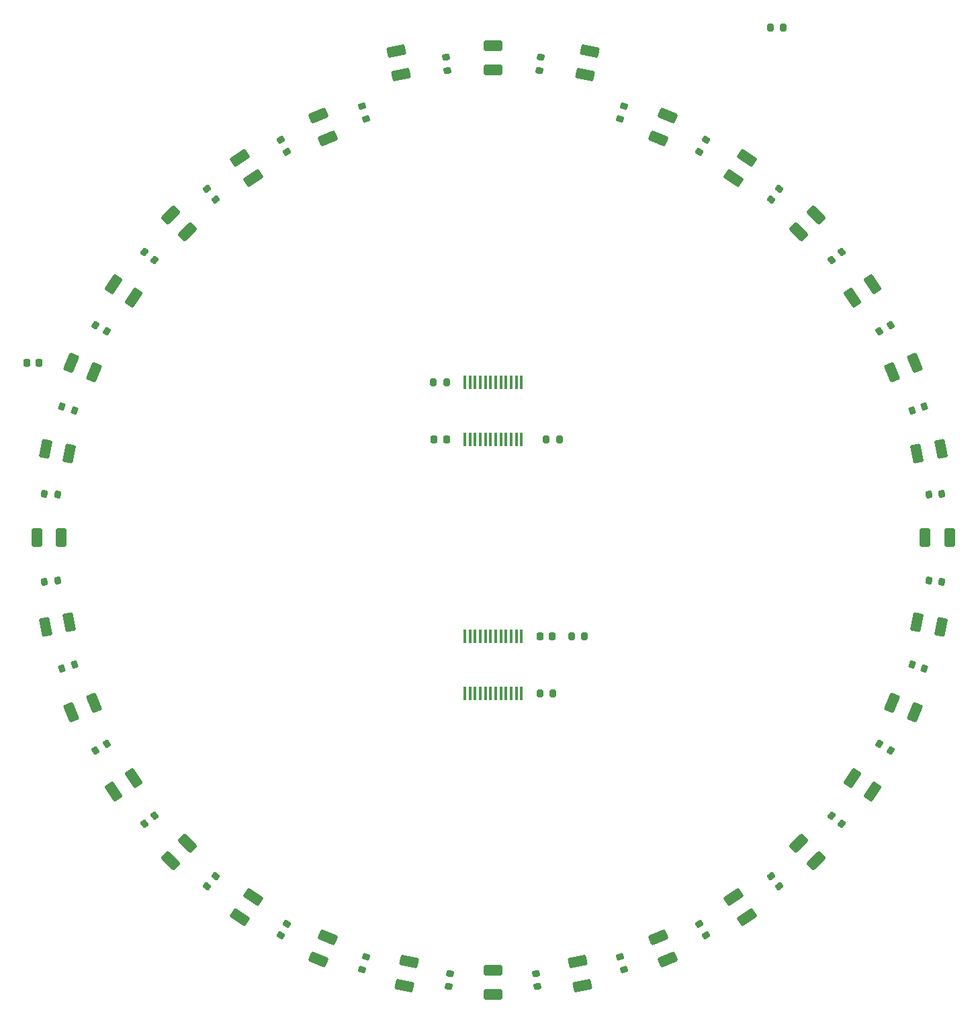
<source format=gbp>
%TF.GenerationSoftware,KiCad,Pcbnew,(6.0.7-1)-1*%
%TF.CreationDate,2023-02-20T20:57:27+08:00*%
%TF.ProjectId,layer1,6c617965-7231-42e6-9b69-6361645f7063,1.1*%
%TF.SameCoordinates,Original*%
%TF.FileFunction,Paste,Bot*%
%TF.FilePolarity,Positive*%
%FSLAX46Y46*%
G04 Gerber Fmt 4.6, Leading zero omitted, Abs format (unit mm)*
G04 Created by KiCad (PCBNEW (6.0.7-1)-1) date 2023-02-20 20:57:27*
%MOMM*%
%LPD*%
G01*
G04 APERTURE LIST*
G04 Aperture macros list*
%AMRoundRect*
0 Rectangle with rounded corners*
0 $1 Rounding radius*
0 $2 $3 $4 $5 $6 $7 $8 $9 X,Y pos of 4 corners*
0 Add a 4 corners polygon primitive as box body*
4,1,4,$2,$3,$4,$5,$6,$7,$8,$9,$2,$3,0*
0 Add four circle primitives for the rounded corners*
1,1,$1+$1,$2,$3*
1,1,$1+$1,$4,$5*
1,1,$1+$1,$6,$7*
1,1,$1+$1,$8,$9*
0 Add four rect primitives between the rounded corners*
20,1,$1+$1,$2,$3,$4,$5,0*
20,1,$1+$1,$4,$5,$6,$7,0*
20,1,$1+$1,$6,$7,$8,$9,0*
20,1,$1+$1,$8,$9,$2,$3,0*%
G04 Aperture macros list end*
%ADD10RoundRect,0.200000X-0.254072X0.225992X-0.293279X-0.172082X0.254072X-0.225992X0.293279X0.172082X0*%
%ADD11RoundRect,0.200000X-0.172082X-0.293279X0.225992X-0.254072X0.172082X0.293279X-0.225992X0.254072X0*%
%ADD12RoundRect,0.200000X-0.225992X-0.254072X0.172082X-0.293279X0.225992X0.254072X-0.172082X0.293279X0*%
%ADD13RoundRect,0.200000X0.200000X0.275000X-0.200000X0.275000X-0.200000X-0.275000X0.200000X-0.275000X0*%
%ADD14RoundRect,0.200000X0.085699X-0.329060X0.339457X-0.019856X-0.085699X0.329060X-0.339457X0.019856X0*%
%ADD15RoundRect,0.250000X0.362392X-0.945755X0.945755X-0.362392X-0.362392X0.945755X-0.945755X0.362392X0*%
%ADD16RoundRect,0.250000X-0.027118X-1.012445X0.735082X-0.696732X0.027118X1.012445X-0.735082X0.696732X0*%
%ADD17RoundRect,0.250000X1.012445X-0.027118X0.696732X0.735082X-1.012445X0.027118X-0.696732X-0.735082X0*%
%ADD18RoundRect,0.250000X0.945755X0.362392X0.362392X0.945755X-0.945755X-0.362392X-0.362392X-0.945755X0*%
%ADD19RoundRect,0.200000X0.321216X-0.111560X0.205102X0.271216X-0.321216X0.111560X-0.205102X-0.271216X0*%
%ADD20RoundRect,0.200000X0.205102X-0.271216X0.321216X0.111560X-0.205102X0.271216X-0.321216X-0.111560X0*%
%ADD21RoundRect,0.200000X0.148249X-0.306018X0.336808X0.046750X-0.148249X0.306018X-0.336808X-0.046750X0*%
%ADD22RoundRect,0.200000X-0.336808X0.046750X-0.148249X-0.306018X0.336808X-0.046750X0.148249X0.306018X0*%
%ADD23RoundRect,0.200000X0.111560X0.321216X-0.271216X0.205102X-0.111560X-0.321216X0.271216X-0.205102X0*%
%ADD24RoundRect,0.200000X-0.085699X0.329060X-0.339457X0.019856X0.085699X-0.329060X0.339457X-0.019856X0*%
%ADD25RoundRect,0.250000X-0.998282X-0.170921X-0.539937X-0.856884X0.998282X0.170921X0.539937X0.856884X0*%
%ADD26RoundRect,0.250000X0.998282X0.170921X0.539937X0.856884X-0.998282X-0.170921X-0.539937X-0.856884X0*%
%ADD27RoundRect,0.200000X-0.329060X-0.085699X-0.019856X-0.339457X0.329060X0.085699X0.019856X0.339457X0*%
%ADD28RoundRect,0.250000X-0.539937X0.856884X-0.998282X0.170921X0.539937X-0.856884X0.998282X-0.170921X0*%
%ADD29R,0.450000X1.750000*%
%ADD30RoundRect,0.200000X0.046750X0.336808X-0.306018X0.148249X-0.046750X-0.336808X0.306018X-0.148249X0*%
%ADD31RoundRect,0.200000X-0.293279X0.172082X-0.254072X-0.225992X0.293279X-0.172082X0.254072X0.225992X0*%
%ADD32RoundRect,0.250000X-0.362392X0.945755X-0.945755X0.362392X0.362392X-0.945755X0.945755X-0.362392X0*%
%ADD33RoundRect,0.225000X0.225000X0.250000X-0.225000X0.250000X-0.225000X-0.250000X0.225000X-0.250000X0*%
%ADD34RoundRect,0.200000X-0.321216X0.111560X-0.205102X-0.271216X0.321216X-0.111560X0.205102X0.271216X0*%
%ADD35RoundRect,0.250000X0.224115X0.987701X-0.585032X0.826752X-0.224115X-0.987701X0.585032X-0.826752X0*%
%ADD36RoundRect,0.200000X-0.271216X-0.205102X0.111560X-0.321216X0.271216X0.205102X-0.111560X0.321216X0*%
%ADD37RoundRect,0.200000X-0.200000X-0.275000X0.200000X-0.275000X0.200000X0.275000X-0.200000X0.275000X0*%
%ADD38RoundRect,0.200000X-0.111560X-0.321216X0.271216X-0.205102X0.111560X0.321216X-0.271216X0.205102X0*%
%ADD39RoundRect,0.200000X-0.046750X-0.336808X0.306018X-0.148249X0.046750X0.336808X-0.306018X0.148249X0*%
%ADD40RoundRect,0.250000X-0.585032X-0.826752X0.224115X-0.987701X0.585032X0.826752X-0.224115X0.987701X0*%
%ADD41RoundRect,0.200000X0.306018X0.148249X-0.046750X0.336808X-0.306018X-0.148249X0.046750X-0.336808X0*%
%ADD42RoundRect,0.250000X-0.987701X0.224115X-0.826752X-0.585032X0.987701X-0.224115X0.826752X0.585032X0*%
%ADD43RoundRect,0.200000X0.293279X-0.172082X0.254072X0.225992X-0.293279X0.172082X-0.254072X-0.225992X0*%
%ADD44RoundRect,0.200000X0.329060X0.085699X0.019856X0.339457X-0.329060X-0.085699X-0.019856X-0.339457X0*%
%ADD45RoundRect,0.250000X-0.696732X0.735082X-1.012445X-0.027118X0.696732X-0.735082X1.012445X0.027118X0*%
%ADD46RoundRect,0.250000X0.585032X0.826752X-0.224115X0.987701X-0.585032X-0.826752X0.224115X-0.987701X0*%
%ADD47RoundRect,0.200000X0.271216X0.205102X-0.111560X0.321216X-0.271216X-0.205102X0.111560X-0.321216X0*%
%ADD48RoundRect,0.200000X-0.148249X0.306018X-0.336808X-0.046750X0.148249X-0.306018X0.336808X0.046750X0*%
%ADD49RoundRect,0.200000X0.339457X0.019856X0.085699X0.329060X-0.339457X-0.019856X-0.085699X-0.329060X0*%
%ADD50RoundRect,0.250000X0.856884X0.539937X0.170921X0.998282X-0.856884X-0.539937X-0.170921X-0.998282X0*%
%ADD51RoundRect,0.250000X0.412500X0.925000X-0.412500X0.925000X-0.412500X-0.925000X0.412500X-0.925000X0*%
%ADD52RoundRect,0.250000X0.027118X1.012445X-0.735082X0.696732X-0.027118X-1.012445X0.735082X-0.696732X0*%
%ADD53RoundRect,0.250000X0.826752X-0.585032X0.987701X0.224115X-0.826752X0.585032X-0.987701X-0.224115X0*%
%ADD54RoundRect,0.200000X0.336808X-0.046750X0.148249X0.306018X-0.336808X0.046750X-0.148249X-0.306018X0*%
%ADD55RoundRect,0.250000X0.987701X-0.224115X0.826752X0.585032X-0.987701X0.224115X-0.826752X-0.585032X0*%
%ADD56RoundRect,0.250000X0.539937X-0.856884X0.998282X-0.170921X-0.539937X0.856884X-0.998282X0.170921X0*%
%ADD57RoundRect,0.250000X-0.945755X-0.362392X-0.362392X-0.945755X0.945755X0.362392X0.362392X0.945755X0*%
%ADD58RoundRect,0.225000X-0.225000X-0.250000X0.225000X-0.250000X0.225000X0.250000X-0.225000X0.250000X0*%
%ADD59RoundRect,0.250000X-0.826752X0.585032X-0.987701X-0.224115X0.826752X-0.585032X0.987701X0.224115X0*%
%ADD60RoundRect,0.200000X-0.205102X0.271216X-0.321216X-0.111560X0.205102X-0.271216X0.321216X0.111560X0*%
%ADD61RoundRect,0.250000X-0.856884X-0.539937X-0.170921X-0.998282X0.856884X0.539937X0.170921X0.998282X0*%
%ADD62RoundRect,0.200000X-0.019856X0.339457X-0.329060X0.085699X0.019856X-0.339457X0.329060X-0.085699X0*%
%ADD63RoundRect,0.200000X0.019856X-0.339457X0.329060X-0.085699X-0.019856X0.339457X-0.329060X0.085699X0*%
%ADD64RoundRect,0.200000X0.225992X0.254072X-0.172082X0.293279X-0.225992X-0.254072X0.172082X-0.293279X0*%
%ADD65RoundRect,0.250000X-0.224115X-0.987701X0.585032X-0.826752X0.224115X0.987701X-0.585032X0.826752X0*%
%ADD66RoundRect,0.250000X0.735082X0.696732X-0.027118X1.012445X-0.735082X-0.696732X0.027118X-1.012445X0*%
%ADD67RoundRect,0.250000X-0.412500X-0.925000X0.412500X-0.925000X0.412500X0.925000X-0.412500X0.925000X0*%
%ADD68RoundRect,0.250000X-0.735082X-0.696732X0.027118X-1.012445X0.735082X0.696732X-0.027118X1.012445X0*%
%ADD69RoundRect,0.200000X-0.306018X-0.148249X0.046750X-0.336808X0.306018X0.148249X-0.046750X0.336808X0*%
%ADD70RoundRect,0.200000X-0.339457X-0.019856X-0.085699X-0.329060X0.339457X0.019856X0.085699X0.329060X0*%
%ADD71RoundRect,0.200000X0.172082X0.293279X-0.225992X0.254072X-0.172082X-0.293279X0.225992X-0.254072X0*%
%ADD72RoundRect,0.250000X0.696732X-0.735082X1.012445X0.027118X-0.696732X0.735082X-1.012445X-0.027118X0*%
%ADD73RoundRect,0.250000X-0.170921X0.998282X-0.856884X0.539937X0.170921X-0.998282X0.856884X-0.539937X0*%
%ADD74RoundRect,0.250000X0.925000X-0.412500X0.925000X0.412500X-0.925000X0.412500X-0.925000X-0.412500X0*%
%ADD75RoundRect,0.250000X0.170921X-0.998282X0.856884X-0.539937X-0.170921X0.998282X-0.856884X0.539937X0*%
%ADD76RoundRect,0.250000X-0.925000X0.412500X-0.925000X-0.412500X0.925000X-0.412500X0.925000X0.412500X0*%
%ADD77RoundRect,0.250000X-1.012445X0.027118X-0.696732X-0.735082X1.012445X-0.027118X0.696732X0.735082X0*%
%ADD78RoundRect,0.200000X0.254072X-0.225992X0.293279X0.172082X-0.254072X0.225992X-0.293279X-0.172082X0*%
G04 APERTURE END LIST*
D10*
X115961892Y-49467889D03*
X115800164Y-51109943D03*
D11*
X53448628Y-115569824D03*
X55090682Y-115408096D03*
D12*
X53448628Y-104430176D03*
X55090682Y-104591904D03*
D13*
X104125000Y-90400000D03*
X102475000Y-90400000D03*
D14*
X73950602Y-153926320D03*
X74997350Y-152650852D03*
D15*
X148510803Y-71489197D03*
X150685157Y-69314843D03*
D16*
X160316789Y-89158104D03*
X163157719Y-87981352D03*
D17*
X89158104Y-59683211D03*
X87981352Y-56842281D03*
D18*
X71489197Y-71489197D03*
X69314843Y-69314843D03*
D19*
X126495427Y-164378135D03*
X126016457Y-162799183D03*
D20*
X93504573Y-164378135D03*
X93983543Y-162799183D03*
D21*
X83212881Y-160115176D03*
X83990685Y-158660006D03*
D22*
X83212880Y-59884824D03*
X83990684Y-61339994D03*
D23*
X164378135Y-93504573D03*
X162799183Y-93983543D03*
D24*
X146049398Y-66073680D03*
X145002650Y-67349148D03*
D25*
X140257744Y-155283913D03*
X141966122Y-157840683D03*
D26*
X79742256Y-64716087D03*
X78033878Y-62159317D03*
D27*
X66073680Y-73950602D03*
X67349148Y-74997350D03*
D28*
X79742256Y-155283913D03*
X78033878Y-157840683D03*
D29*
X113575000Y-129600000D03*
X112925000Y-129600000D03*
X112275000Y-129600000D03*
X111625000Y-129600000D03*
X110975000Y-129600000D03*
X110325000Y-129600000D03*
X109675000Y-129600000D03*
X109025000Y-129600000D03*
X108375000Y-129600000D03*
X107725000Y-129600000D03*
X107075000Y-129600000D03*
X106425000Y-129600000D03*
X106425000Y-122400000D03*
X107075000Y-122400000D03*
X107725000Y-122400000D03*
X108375000Y-122400000D03*
X109025000Y-122400000D03*
X109675000Y-122400000D03*
X110325000Y-122400000D03*
X110975000Y-122400000D03*
X111625000Y-122400000D03*
X112275000Y-122400000D03*
X112925000Y-122400000D03*
X113575000Y-122400000D03*
D30*
X160115176Y-83212880D03*
X158660006Y-83990684D03*
D31*
X104038108Y-49467889D03*
X104199836Y-51109943D03*
D32*
X71489197Y-148510803D03*
X69314843Y-150685157D03*
D33*
X104100000Y-97600000D03*
X102550000Y-97600000D03*
D34*
X93504573Y-55621865D03*
X93983543Y-57200817D03*
D35*
X56583981Y-120625107D03*
X53568067Y-121225009D03*
D36*
X55621865Y-93504573D03*
X57200817Y-93983543D03*
D37*
X115875000Y-129600000D03*
X117525000Y-129600000D03*
D38*
X55621865Y-126495427D03*
X57200817Y-126016457D03*
D39*
X59884824Y-136787120D03*
X61339994Y-136009316D03*
D37*
X119875000Y-122400000D03*
X121525000Y-122400000D03*
D40*
X163416019Y-120625107D03*
X166431933Y-121225009D03*
D37*
X116675000Y-97600000D03*
X118325000Y-97600000D03*
D41*
X160115176Y-136787119D03*
X158660006Y-136009315D03*
D42*
X120625107Y-163416019D03*
X121225009Y-166431933D03*
D43*
X115569824Y-166551372D03*
X115408096Y-164909318D03*
D44*
X153926320Y-146049398D03*
X152650852Y-145002650D03*
D45*
X89158104Y-160316789D03*
X87981352Y-163157719D03*
D46*
X56583981Y-99374893D03*
X53568067Y-98774991D03*
D47*
X164378135Y-126495427D03*
X162799183Y-126016457D03*
D48*
X136787119Y-59884824D03*
X136009315Y-61339994D03*
D49*
X146049398Y-153926320D03*
X145002650Y-152650852D03*
D50*
X64716087Y-79742256D03*
X62159317Y-78033878D03*
D51*
X55537500Y-110000000D03*
X52462500Y-110000000D03*
D52*
X59683211Y-130841896D03*
X56842281Y-132018648D03*
D53*
X121600559Y-51680057D03*
X122200461Y-48664143D03*
D54*
X136787120Y-160115176D03*
X136009316Y-158660006D03*
D55*
X98399441Y-51680057D03*
X97799539Y-48664143D03*
D56*
X140257744Y-64716087D03*
X141966122Y-62159317D03*
D57*
X148510803Y-148510803D03*
X150685157Y-150685157D03*
D58*
X115925000Y-122400000D03*
X117475000Y-122400000D03*
D59*
X99374893Y-163416019D03*
X98774991Y-166431933D03*
D60*
X126495427Y-55621865D03*
X126016457Y-57200817D03*
D37*
X144925000Y-45750000D03*
X146575000Y-45750000D03*
D61*
X155283913Y-140257744D03*
X157840683Y-141966122D03*
D62*
X153926320Y-73950602D03*
X152650852Y-74997350D03*
D63*
X66073680Y-146049398D03*
X67349148Y-145002650D03*
D64*
X166551372Y-115569824D03*
X164909318Y-115408096D03*
D65*
X163416019Y-99374893D03*
X166431933Y-98774991D03*
D66*
X59683211Y-89158104D03*
X56842281Y-87981352D03*
D67*
X164462500Y-110000000D03*
X167537500Y-110000000D03*
D68*
X160316789Y-130841896D03*
X163157719Y-132018648D03*
D69*
X59884824Y-83212881D03*
X61339994Y-83990685D03*
D29*
X106425000Y-90400000D03*
X107075000Y-90400000D03*
X107725000Y-90400000D03*
X108375000Y-90400000D03*
X109025000Y-90400000D03*
X109675000Y-90400000D03*
X110325000Y-90400000D03*
X110975000Y-90400000D03*
X111625000Y-90400000D03*
X112275000Y-90400000D03*
X112925000Y-90400000D03*
X113575000Y-90400000D03*
X113575000Y-97600000D03*
X112925000Y-97600000D03*
X112275000Y-97600000D03*
X111625000Y-97600000D03*
X110975000Y-97600000D03*
X110325000Y-97600000D03*
X109675000Y-97600000D03*
X109025000Y-97600000D03*
X108375000Y-97600000D03*
X107725000Y-97600000D03*
X107075000Y-97600000D03*
X106425000Y-97600000D03*
D70*
X73950602Y-66073680D03*
X74997350Y-67349148D03*
D71*
X166551372Y-104430176D03*
X164909318Y-104591904D03*
D72*
X130841896Y-59683211D03*
X132018648Y-56842281D03*
D73*
X64716087Y-140257744D03*
X62159317Y-141966122D03*
D74*
X110000000Y-51037500D03*
X110000000Y-47962500D03*
D75*
X155283913Y-79742256D03*
X157840683Y-78033878D03*
D76*
X110000000Y-164462500D03*
X110000000Y-167537500D03*
D77*
X130841896Y-160316789D03*
X132018648Y-163157719D03*
D33*
X52775000Y-88000000D03*
X51225000Y-88000000D03*
D78*
X104430176Y-166551372D03*
X104591904Y-164909318D03*
M02*

</source>
